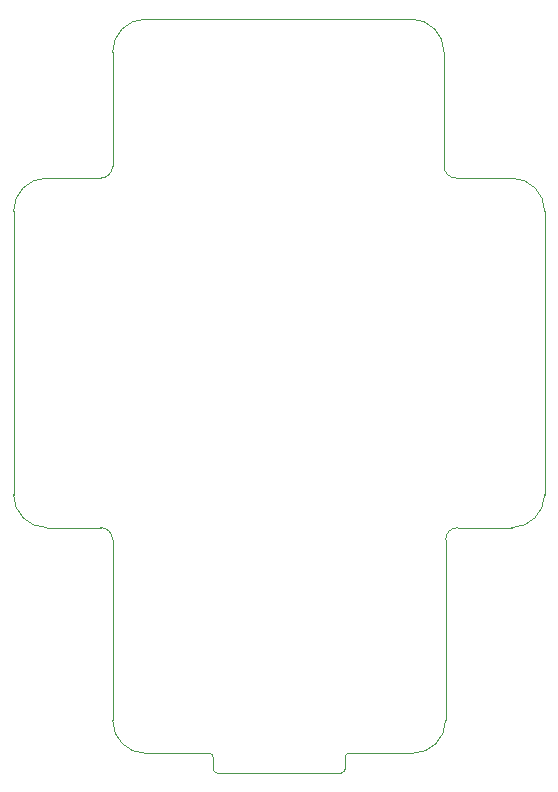
<source format=gbr>
G04 #@! TF.GenerationSoftware,KiCad,Pcbnew,(5.1.4)-1*
G04 #@! TF.CreationDate,2020-07-19T23:15:40-07:00*
G04 #@! TF.ProjectId,SkateLightMainBoard,536b6174-654c-4696-9768-744d61696e42,rev?*
G04 #@! TF.SameCoordinates,Original*
G04 #@! TF.FileFunction,Profile,NP*
%FSLAX46Y46*%
G04 Gerber Fmt 4.6, Leading zero omitted, Abs format (unit mm)*
G04 Created by KiCad (PCBNEW (5.1.4)-1) date 2020-07-19 23:15:40*
%MOMM*%
%LPD*%
G04 APERTURE LIST*
%ADD10C,0.050000*%
G04 APERTURE END LIST*
D10*
X-11303000Y26416000D02*
X11176000Y26416000D01*
X13970000Y23622000D02*
G75*
G03X11176000Y26416000I-2794000J0D01*
G01*
X13970000Y13970000D02*
G75*
G03X14986000Y12954000I1016000J0D01*
G01*
X18542000Y12954000D02*
X14986000Y12954000D01*
X13970000Y13970000D02*
X13970000Y23622000D01*
X-14097000Y23622000D02*
G75*
G02X-11303000Y26416000I2794000J0D01*
G01*
X-14097000Y13970000D02*
X-14097000Y23622000D01*
X-14097000Y13970000D02*
G75*
G02X-15113000Y12954000I-1016000J0D01*
G01*
X-19685000Y12954000D02*
X-15113000Y12954000D01*
X19685000Y-16637000D02*
G75*
G03X22479000Y-13843000I0J2794000D01*
G01*
X22479000Y10160000D02*
G75*
G03X19685000Y12954000I-2794000J0D01*
G01*
X15113000Y-16637000D02*
G75*
G03X14097000Y-17653000I0J-1016000D01*
G01*
X5270500Y-37401500D02*
G75*
G03X5588000Y-37084000I0J317500D01*
G01*
X19685000Y-16637000D02*
X15113000Y-16637000D01*
X22479000Y10160000D02*
X22479000Y-13843000D01*
X5588000Y-36068000D02*
G75*
G02X5905500Y-35750500I317500J0D01*
G01*
X11303000Y-35750500D02*
G75*
G03X14097000Y-32956500I0J2794000D01*
G01*
X14097000Y-32956500D02*
X14097000Y-17653000D01*
X11303000Y-35750500D02*
X5905500Y-35750500D01*
X5588000Y-36068000D02*
X5588000Y-37084000D01*
X-11303000Y-35750500D02*
G75*
G02X-14097000Y-32956500I0J2794000D01*
G01*
X-11303000Y-35750500D02*
X-5905500Y-35750500D01*
X5270500Y-37401500D02*
X-5270500Y-37401500D01*
X-5588000Y-36068000D02*
G75*
G03X-5905500Y-35750500I-317500J0D01*
G01*
X-5270500Y-37401500D02*
G75*
G02X-5588000Y-37084000I0J317500D01*
G01*
X-5588000Y-36068000D02*
X-5588000Y-37084000D01*
X-14097000Y-32956500D02*
X-14097000Y-17653000D01*
X-15113000Y-16637000D02*
G75*
G02X-14097000Y-17653000I0J-1016000D01*
G01*
X-19685000Y-16637000D02*
X-15113000Y-16637000D01*
X-19685000Y-16637000D02*
G75*
G02X-22479000Y-13843000I0J2794000D01*
G01*
X-22479000Y10160000D02*
X-22479000Y-13843000D01*
X-22479000Y10160000D02*
G75*
G02X-19685000Y12954000I2794000J0D01*
G01*
X18542000Y12954000D02*
X19685000Y12954000D01*
M02*

</source>
